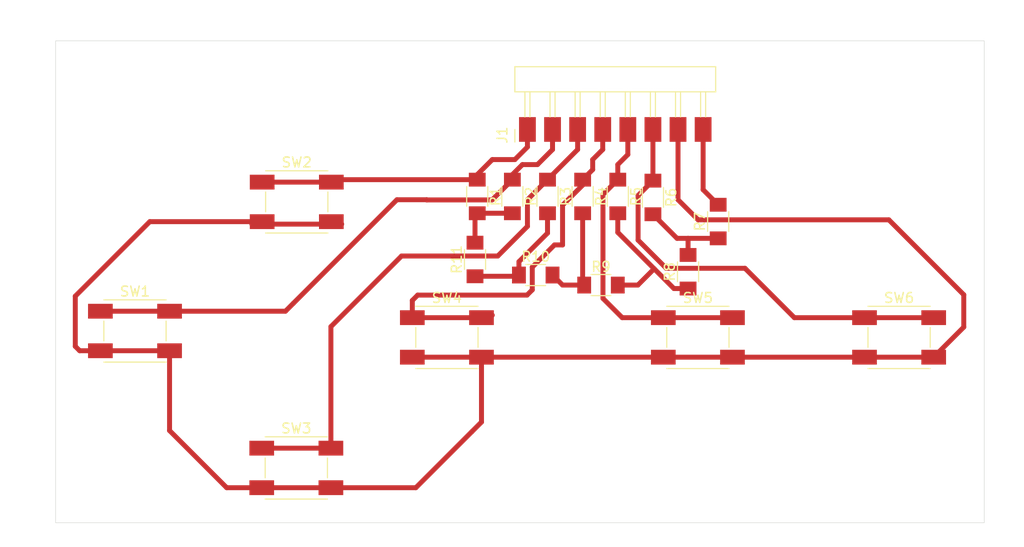
<source format=kicad_pcb>
(kicad_pcb (version 20240108) (generator "pcbnew") (generator_version "8.0")
  (layers (0 "F.Cu" signal) (31 "B.Cu" signal) (34 "B.Paste" user) (35 "F.Paste" user) (36 "B.SilkS" user "B.Silkscreen") (37 "F.SilkS" user "F.Silkscreen") (38 "B.Mask" user) (39 "F.Mask" user) (44 "Edge.Cuts" user))
  (net 0 "")
  (net 1 "Button6")
  (net 2 "PWR_3V3")
  (net 3 "Button3")
  (net 4 "PWR_GND")
  (net 5 "Button1")
  (net 6 "Button4")
  (net 7 "Button2")
  (net 8 "Button5")
  (footprint "Fabac:Button_Omron_B3SN_6.0x6.0mm" (layer "F.Cu") (at 127.524 115.428)
    (property "Reference" "SW3" (at 0 -4 360) (layer "F.SilkS"))
    (property "Value" "Switch_Tactile_CnK")
    (fp_line (start -3.15 -3.15) (end 3.15 -3.15) (stroke (width 0.12)) (layer "F.SilkS"))
    (fp_line (start -3.15 1) (end -3.15 -1) (stroke (width 0.12)) (layer "F.SilkS"))
    (fp_line (start 3.15 -1) (end 3.15 1) (stroke (width 0.12)) (layer "F.SilkS"))
    (fp_line (start 3.15 3.15) (end -3.15 3.15) (stroke (width 0.12)) (layer "F.SilkS"))
    (pad "1" smd rect (at -3.5 -2) (size 2.5 1.5) (layers "F.Cu" "F.Paste" "F.Mask") (net 3 "Button3"))
    (pad "1" smd rect (at 3.5 -2) (size 2.5 1.5) (layers "F.Cu" "F.Paste" "F.Mask") (net 3 "Button3"))
    (pad "2" smd rect (at -3.5 2) (size 2.5 1.5) (layers "F.Cu" "F.Paste" "F.Mask") (net 2 "PWR_3V3"))
    (pad "2" smd rect (at 3.5 2) (size 2.5 1.5) (layers "F.Cu" "F.Paste" "F.Mask") (net 2 "PWR_3V3"))
  )
  (footprint "Fabac:R_1206" (layer "F.Cu") (at 160.058 87.954 -90)
    (property "Reference" "R5" (at 0 -1.85 90) (layer "F.SilkS"))
    (property "Value" "R_1206")
    (fp_line (start 1 1.07) (end -1 1.07) (stroke (width 0.12)) (layer "F.SilkS"))
    (fp_line (start -1 -1.07) (end 1 -1.07) (stroke (width 0.12)) (layer "F.SilkS"))
    (pad "1" smd rect (at -1.7 0 270) (size 1.4 1.7) (layers "F.Cu" "F.Paste" "F.Mask") (net 8 "Button5"))
    (pad "2" smd rect (at 1.7 0 270) (size 1.4 1.7) (layers "F.Cu" "F.Paste" "F.Mask") (net 4 "PWR_GND"))
  )
  (footprint "Fabac:PinHeader_1x08_P2.54mm_Horizontal_SMD" (layer "F.Cu") (at 150.914 81.174 90)
    (property "Reference" "J1" (at -1.524 -2.54 270) (layer "F.SilkS") (effects (justify left)))
    (property "Value" "Conn_PinHeader_1x08_P2.54mm_Horizontal_SMD" (hide yes))
    (fp_line (start 6.35 -1.27) (end 6.35 19.05) (stroke (width 0.12)) (layer "F.SilkS"))
    (fp_line (start 3.81 -1.27) (end 6.35 -1.27) (stroke (width 0.12)) (layer "F.SilkS"))
    (fp_line (start -1.27 -1.27) (end 0 -1.27) (stroke (width 0.12)) (layer "F.SilkS"))
    (fp_line (start 3.81 -0.254) (end 1.27 -0.254) (stroke (width 0.12)) (layer "F.SilkS"))
    (fp_line (start 3.81 0.254) (end 1.27 0.254) (stroke (width 0.12)) (layer "F.SilkS"))
    (fp_line (start 3.81 2.286) (end 1.27 2.286) (stroke (width 0.12)) (layer "F.SilkS"))
    (fp_line (start 3.81 2.794) (end 1.27 2.794) (stroke (width 0.12)) (layer "F.SilkS"))
    (fp_line (start 3.81 4.826) (end 1.27 4.826) (stroke (width 0.12)) (layer "F.SilkS"))
    (fp_line (start 3.81 5.334) (end 1.27 5.334) (stroke (width 0.12)) (layer "F.SilkS"))
    (fp_line (start 3.81 7.366) (end 1.27 7.366) (stroke (width 0.12)) (layer "F.SilkS"))
    (fp_line (start 3.81 7.874) (end 1.27 7.874) (stroke (width 0.12)) (layer "F.SilkS"))
    (fp_line (start 3.81 9.906) (end 1.27 9.906) (stroke (width 0.12)) (layer "F.SilkS"))
    (fp_line (start 3.81 10.414) (end 1.27 10.414) (stroke (width 0.12)) (layer "F.SilkS"))
    (fp_line (start 3.81 12.446) (end 1.27 12.446) (stroke (width 0.12)) (layer "F.SilkS"))
    (fp_line (start 3.81 12.954) (end 1.27 12.954) (stroke (width 0.12)) (layer "F.SilkS"))
    (fp_line (start 3.81 14.986) (end 1.27 14.986) (stroke (width 0.12)) (layer "F.SilkS"))
    (fp_line (start 3.81 15.494) (end 1.27 15.494) (stroke (width 0.12)) (layer "F.SilkS"))
    (fp_line (start 3.81 17.526) (end 1.27 17.526) (stroke (width 0.12)) (layer "F.SilkS"))
    (fp_line (start 3.81 18.034) (end 1.27 18.034) (stroke (width 0.12)) (layer "F.SilkS"))
    (fp_line (start 6.35 19.05) (end 3.81 19.05) (stroke (width 0.12)) (layer "F.SilkS"))
    (fp_line (start 3.81 19.05) (end 3.81 -1.27) (stroke (width 0.12)) (layer "F.SilkS"))
    (pad "1" smd rect (at 0 0 90) (size 2.5 1.7) (layers "F.Cu" "F.Paste" "F.Mask") (net 5 "Button1"))
    (pad "2" smd rect (at 0 2.54 90) (size 2.5 1.7) (layers "F.Cu" "F.Paste" "F.Mask") (net 7 "Button2"))
    (pad "3" smd rect (at 0 5.08 90) (size 2.5 1.7) (layers "F.Cu" "F.Paste" "F.Mask") (net 3 "Button3"))
    (pad "4" smd rect (at 0 7.62 90) (size 2.5 1.7) (layers "F.Cu" "F.Paste" "F.Mask") (net 6 "Button4"))
    (pad "5" smd rect (at 0 10.16 90) (size 2.5 1.7) (layers "F.Cu" "F.Paste" "F.Mask") (net 8 "Button5"))
    (pad "6" smd rect (at 0 12.7 90) (size 2.5 1.7) (layers "F.Cu" "F.Paste" "F.Mask") (net 1 "Button6"))
    (pad "7" smd rect (at 0 15.24 90) (size 2.5 1.7) (layers "F.Cu" "F.Paste" "F.Mask") (net 2 "PWR_3V3"))
    (pad "8" smd rect (at 0 17.78 90) (size 2.5 1.7) (layers "F.Cu" "F.Paste" "F.Mask") (net 4 "PWR_GND"))
  )
  (footprint "Fabac:Button_Omron_B3SN_6.0x6.0mm" (layer "F.Cu") (at 127.568 88.504)
    (property "Reference" "SW2" (at 0 -4 360) (layer "F.SilkS"))
    (property "Value" "Switch_Tactile_CnK")
    (fp_line (start -3.15 -3.15) (end 3.15 -3.15) (stroke (width 0.12)) (layer "F.SilkS"))
    (fp_line (start -3.15 1) (end -3.15 -1) (stroke (width 0.12)) (layer "F.SilkS"))
    (fp_line (start 3.15 -1) (end 3.15 1) (stroke (width 0.12)) (layer "F.SilkS"))
    (fp_line (start 3.15 3.15) (end -3.15 3.15) (stroke (width 0.12)) (layer "F.SilkS"))
    (pad "1" smd rect (at -3.5 -2) (size 2.5 1.5) (layers "F.Cu" "F.Paste" "F.Mask") (net 5 "Button1"))
    (pad "1" smd rect (at 3.5 -2) (size 2.5 1.5) (layers "F.Cu" "F.Paste" "F.Mask") (net 5 "Button1"))
    (pad "2" smd rect (at -3.5 2) (size 2.5 1.5) (layers "F.Cu" "F.Paste" "F.Mask") (net 2 "PWR_3V3"))
    (pad "2" smd rect (at 3.5 2) (size 2.5 1.5) (layers "F.Cu" "F.Paste" "F.Mask") (net 2 "PWR_3V3"))
  )
  (footprint "Fabac:R_1206" (layer "F.Cu") (at 170.218 90.494 90)
    (property "Reference" "R7" (at 0 -1.85 270) (layer "F.SilkS"))
    (property "Value" "R_1206")
    (fp_line (start -1 -1.07) (end 1 -1.07) (stroke (width 0.12)) (layer "F.SilkS"))
    (fp_line (start 1 1.07) (end -1 1.07) (stroke (width 0.12)) (layer "F.SilkS"))
    (pad "1" smd rect (at -1.7 0 90) (size 1.4 1.7) (layers "F.Cu" "F.Paste" "F.Mask") (net 4 "PWR_GND"))
    (pad "2" smd rect (at 1.7 0 90) (size 1.4 1.7) (layers "F.Cu" "F.Paste" "F.Mask") (net 4 "PWR_GND"))
  )
  (footprint "Fabac:R_1206" (layer "F.Cu") (at 163.614 88.054 -90)
    (property "Reference" "R6" (at 0 -1.85 90) (layer "F.SilkS"))
    (property "Value" "R_1206")
    (fp_line (start 1 1.07) (end -1 1.07) (stroke (width 0.12)) (layer "F.SilkS"))
    (fp_line (start -1 -1.07) (end 1 -1.07) (stroke (width 0.12)) (layer "F.SilkS"))
    (pad "1" smd rect (at -1.7 0 270) (size 1.4 1.7) (layers "F.Cu" "F.Paste" "F.Mask") (net 1 "Button6"))
    (pad "2" smd rect (at 1.7 0 270) (size 1.4 1.7) (layers "F.Cu" "F.Paste" "F.Mask") (net 4 "PWR_GND"))
  )
  (footprint "Fabac:R_1206" (layer "F.Cu") (at 167.17 95.574 90)
    (property "Reference" "R8" (at 0 -1.85 270) (layer "F.SilkS"))
    (property "Value" "R_1206")
    (fp_line (start -1 -1.07) (end 1 -1.07) (stroke (width 0.12)) (layer "F.SilkS"))
    (fp_line (start 1 1.07) (end -1 1.07) (stroke (width 0.12)) (layer "F.SilkS"))
    (pad "1" smd rect (at -1.7 0 90) (size 1.4 1.7) (layers "F.Cu" "F.Paste" "F.Mask") (net 4 "PWR_GND"))
    (pad "2" smd rect (at 1.7 0 90) (size 1.4 1.7) (layers "F.Cu" "F.Paste" "F.Mask") (net 4 "PWR_GND"))
  )
  (footprint "Fabac:Button_Omron_B3SN_6.0x6.0mm" (layer "F.Cu") (at 168.164 102.22)
    (property "Reference" "SW5" (at 0 -4 360) (layer "F.SilkS"))
    (property "Value" "Switch_Tactile_CnK")
    (fp_line (start -3.15 -3.15) (end 3.15 -3.15) (stroke (width 0.12)) (layer "F.SilkS"))
    (fp_line (start -3.15 1) (end -3.15 -1) (stroke (width 0.12)) (layer "F.SilkS"))
    (fp_line (start 3.15 -1) (end 3.15 1) (stroke (width 0.12)) (layer "F.SilkS"))
    (fp_line (start 3.15 3.15) (end -3.15 3.15) (stroke (width 0.12)) (layer "F.SilkS"))
    (pad "1" smd rect (at -3.5 -2) (size 2.5 1.5) (layers "F.Cu" "F.Paste" "F.Mask") (net 8 "Button5"))
    (pad "1" smd rect (at 3.5 -2) (size 2.5 1.5) (layers "F.Cu" "F.Paste" "F.Mask") (net 8 "Button5"))
    (pad "2" smd rect (at -3.5 2) (size 2.5 1.5) (layers "F.Cu" "F.Paste" "F.Mask") (net 2 "PWR_3V3"))
    (pad "2" smd rect (at 3.5 2) (size 2.5 1.5) (layers "F.Cu" "F.Paste" "F.Mask") (net 2 "PWR_3V3"))
  )
  (footprint "Fabac:R_1206" (layer "F.Cu") (at 158.358 96.922)
    (property "Reference" "R9" (at 0 -1.85 360) (layer "F.SilkS"))
    (property "Value" "R_1206")
    (fp_line (start -1 -1.07) (end 1 -1.07) (stroke (width 0.12)) (layer "F.SilkS"))
    (fp_line (start 1 1.07) (end -1 1.07) (stroke (width 0.12)) (layer "F.SilkS"))
    (pad "1" smd rect (at -1.7 0) (size 1.4 1.7) (layers "F.Cu" "F.Paste" "F.Mask") (net 4 "PWR_GND"))
    (pad "2" smd rect (at 1.7 0) (size 1.4 1.7) (layers "F.Cu" "F.Paste" "F.Mask") (net 4 "PWR_GND"))
  )
  (footprint "Fabac:Button_Omron_B3SN_6.0x6.0mm" (layer "F.Cu") (at 188.528 102.22)
    (property "Reference" "SW6" (at 0 -4 360) (layer "F.SilkS"))
    (property "Value" "Switch_Tactile_CnK")
    (fp_line (start -3.15 -3.15) (end 3.15 -3.15) (stroke (width 0.12)) (layer "F.SilkS"))
    (fp_line (start -3.15 1) (end -3.15 -1) (stroke (width 0.12)) (layer "F.SilkS"))
    (fp_line (start 3.15 -1) (end 3.15 1) (stroke (width 0.12)) (layer "F.SilkS"))
    (fp_line (start 3.15 3.15) (end -3.15 3.15) (stroke (width 0.12)) (layer "F.SilkS"))
    (pad "1" smd rect (at -3.5 -2) (size 2.5 1.5) (layers "F.Cu" "F.Paste" "F.Mask") (net 1 "Button6"))
    (pad "1" smd rect (at 3.5 -2) (size 2.5 1.5) (layers "F.Cu" "F.Paste" "F.Mask") (net 1 "Button6"))
    (pad "2" smd rect (at -3.5 2) (size 2.5 1.5) (layers "F.Cu" "F.Paste" "F.Mask") (net 2 "PWR_3V3"))
    (pad "2" smd rect (at 3.5 2) (size 2.5 1.5) (layers "F.Cu" "F.Paste" "F.Mask") (net 2 "PWR_3V3"))
  )
  (footprint "Fabac:Button_Omron_B3SN_6.0x6.0mm" (layer "F.Cu") (at 142.764 102.22)
    (property "Reference" "SW4" (at 0 -4 360) (layer "F.SilkS"))
    (property "Value" "Switch_Tactile_CnK")
    (fp_line (start -3.15 -3.15) (end 3.15 -3.15) (stroke (width 0.12)) (layer "F.SilkS"))
    (fp_line (start -3.15 1) (end -3.15 -1) (stroke (width 0.12)) (layer "F.SilkS"))
    (fp_line (start 3.15 -1) (end 3.15 1) (stroke (width 0.12)) (layer "F.SilkS"))
    (fp_line (start 3.15 3.15) (end -3.15 3.15) (stroke (width 0.12)) (layer "F.SilkS"))
    (pad "1" smd rect (at -3.5 -2) (size 2.5 1.5) (layers "F.Cu" "F.Paste" "F.Mask") (net 6 "Button4"))
    (pad "1" smd rect (at 3.5 -2) (size 2.5 1.5) (layers "F.Cu" "F.Paste" "F.Mask") (net 6 "Button4"))
    (pad "2" smd rect (at -3.5 2) (size 2.5 1.5) (layers "F.Cu" "F.Paste" "F.Mask") (net 2 "PWR_3V3"))
    (pad "2" smd rect (at 3.5 2) (size 2.5 1.5) (layers "F.Cu" "F.Paste" "F.Mask") (net 2 "PWR_3V3"))
  )
  (footprint "Fabac:R_1206" (layer "F.Cu") (at 151.754 95.906)
    (property "Reference" "R10" (at 0 -1.85 360) (layer "F.SilkS"))
    (property "Value" "R_1206")
    (fp_line (start -1 -1.07) (end 1 -1.07) (stroke (width 0.12)) (layer "F.SilkS"))
    (fp_line (start 1 1.07) (end -1 1.07) (stroke (width 0.12)) (layer "F.SilkS"))
    (pad "1" smd rect (at -1.7 0) (size 1.4 1.7) (layers "F.Cu" "F.Paste" "F.Mask") (net 4 "PWR_GND"))
    (pad "2" smd rect (at 1.7 0) (size 1.4 1.7) (layers "F.Cu" "F.Paste" "F.Mask") (net 4 "PWR_GND"))
  )
  (footprint "Fabac:R_1206" (layer "F.Cu") (at 145.608 94.332 90)
    (property "Reference" "R11" (at 0 -1.85 270) (layer "F.SilkS"))
    (property "Value" "R_1206")
    (fp_line (start -1 -1.07) (end 1 -1.07) (stroke (width 0.12)) (layer "F.SilkS"))
    (fp_line (start 1 1.07) (end -1 1.07) (stroke (width 0.12)) (layer "F.SilkS"))
    (pad "1" smd rect (at -1.7 0 90) (size 1.4 1.7) (layers "F.Cu" "F.Paste" "F.Mask") (net 4 "PWR_GND"))
    (pad "2" smd rect (at 1.7 0 90) (size 1.4 1.7) (layers "F.Cu" "F.Paste" "F.Mask") (net 4 "PWR_GND"))
  )
  (footprint "Fabac:R_1206" (layer "F.Cu") (at 152.946 87.954 -90)
    (property "Reference" "R3" (at 0 -1.85 90) (layer "F.SilkS"))
    (property "Value" "R_1206")
    (fp_line (start 1 1.07) (end -1 1.07) (stroke (width 0.12)) (layer "F.SilkS"))
    (fp_line (start -1 -1.07) (end 1 -1.07) (stroke (width 0.12)) (layer "F.SilkS"))
    (pad "1" smd rect (at -1.7 0 270) (size 1.4 1.7) (layers "F.Cu" "F.Paste" "F.Mask") (net 3 "Button3"))
    (pad "2" smd rect (at 1.7 0 270) (size 1.4 1.7) (layers "F.Cu" "F.Paste" "F.Mask") (net 4 "PWR_GND"))
  )
  (footprint "Fabac:R_1206" (layer "F.Cu") (at 156.502 87.954 -90)
    (property "Reference" "R4" (at 0 -1.85 90) (layer "F.SilkS"))
    (property "Value" "R_1206")
    (fp_line (start 1 1.07) (end -1 1.07) (stroke (width 0.12)) (layer "F.SilkS"))
    (fp_line (start -1 -1.07) (end 1 -1.07) (stroke (width 0.12)) (layer "F.SilkS"))
    (pad "1" smd rect (at -1.7 0 270) (size 1.4 1.7) (layers "F.Cu" "F.Paste" "F.Mask") (net 6 "Button4"))
    (pad "2" smd rect (at 1.7 0 270) (size 1.4 1.7) (layers "F.Cu" "F.Paste" "F.Mask") (net 4 "PWR_GND"))
  )
  (footprint "Fabac:R_1206" (layer "F.Cu") (at 149.39 87.954 -90)
    (property "Reference" "R2" (at 0 -1.85 90) (layer "F.SilkS"))
    (property "Value" "R_1206")
    (fp_line (start 1 1.07) (end -1 1.07) (stroke (width 0.12)) (layer "F.SilkS"))
    (fp_line (start -1 -1.07) (end 1 -1.07) (stroke (width 0.12)) (layer "F.SilkS"))
    (pad "1" smd rect (at -1.7 0 270) (size 1.4 1.7) (layers "F.Cu" "F.Paste" "F.Mask") (net 7 "Button2"))
    (pad "2" smd rect (at 1.7 0 270) (size 1.4 1.7) (layers "F.Cu" "F.Paste" "F.Mask") (net 4 "PWR_GND"))
  )
  (footprint "Fabac:R_1206" (layer "F.Cu") (at 145.834 87.954 -90)
    (property "Reference" "R1" (at 0 -1.85 90) (layer "F.SilkS"))
    (property "Value" "R_1206")
    (fp_line (start 1 1.07) (end -1 1.07) (stroke (width 0.12)) (layer "F.SilkS"))
    (fp_line (start -1 -1.07) (end 1 -1.07) (stroke (width 0.12)) (layer "F.SilkS"))
    (pad "1" smd rect (at -1.7 0 270) (size 1.4 1.7) (layers "F.Cu" "F.Paste" "F.Mask") (net 5 "Button1"))
    (pad "2" smd rect (at 1.7 0 270) (size 1.4 1.7) (layers "F.Cu" "F.Paste" "F.Mask") (net 4 "PWR_GND"))
  )
  (footprint "Fabac:Button_Omron_B3SN_6.0x6.0mm" (layer "F.Cu") (at 111.196 101.568)
    (property "Reference" "SW1" (at 0 -4 360) (layer "F.SilkS"))
    (property "Value" "Switch_Tactile_CnK")
    (fp_line (start -3.15 -3.15) (end 3.15 -3.15) (stroke (width 0.12)) (layer "F.SilkS"))
    (fp_line (start -3.15 1) (end -3.15 -1) (stroke (width 0.12)) (layer "F.SilkS"))
    (fp_line (start 3.15 -1) (end 3.15 1) (stroke (width 0.12)) (layer "F.SilkS"))
    (fp_line (start 3.15 3.15) (end -3.15 3.15) (stroke (width 0.12)) (layer "F.SilkS"))
    (pad "1" smd rect (at -3.5 -2) (size 2.5 1.5) (layers "F.Cu" "F.Paste" "F.Mask") (net 7 "Button2"))
    (pad "1" smd rect (at 3.5 -2) (size 2.5 1.5) (layers "F.Cu" "F.Paste" "F.Mask") (net 7 "Button2"))
    (pad "2" smd rect (at -3.5 2) (size 2.5 1.5) (layers "F.Cu" "F.Paste" "F.Mask") (net 2 "PWR_3V3"))
    (pad "2" smd rect (at 3.5 2) (size 2.5 1.5) (layers "F.Cu" "F.Paste" "F.Mask") (net 2 "PWR_3V3"))
  )
  (gr_rect (start 103.162 72.206) (end 197.142 120.974) (stroke (width 0.05)) (fill none) (layer "Edge.Cuts"))
  (segment (start 164.964 95.224) (end 162.114 92.374) (width 0.5) (layer "F.Cu") (net 1))
  (segment (start 163.614 81.174) (end 163.614 86.354) (width 0.5) (layer "F.Cu") (net 1))
  (segment (start 162.114 87.854) (end 163.614 86.354) (width 0.5) (layer "F.Cu") (net 1))
  (segment (start 177.928 100.22) (end 185.028 100.22) (width 0.5) (layer "F.Cu") (net 1))
  (segment (start 172.932 95.224) (end 164.964 95.224) (width 0.5) (layer "F.Cu") (net 1))
  (segment (start 172.932 95.224) (end 177.928 100.22) (width 0.5) (layer "F.Cu") (net 1))
  (segment (start 185.028 100.22) (end 192.028 100.22) (width 0.5) (layer "F.Cu") (net 1))
  (segment (start 162.114 92.374) (end 162.114 87.854) (width 0.5) (layer "F.Cu") (net 1))
  (segment (start 171.664 104.22) (end 185.028 104.22) (width 0.5) (layer "F.Cu") (net 2))
  (segment (start 105.156 103.124) (end 105.6 103.568) (width 0.5) (layer "F.Cu") (net 2))
  (segment (start 123.018 90.754) (end 132.118 90.754) (width 0.5) (layer "F.Cu") (net 2))
  (segment (start 112.696 90.504) (end 105.156 98.044) (width 0.5) (layer "F.Cu") (net 2))
  (segment (start 105.156 98.044) (end 105.156 103.124) (width 0.5) (layer "F.Cu") (net 2))
  (segment (start 146.264 104.22) (end 146.264 110.784) (width 0.5) (layer "F.Cu") (net 2))
  (segment (start 124.024 117.428) (end 131.024 117.428) (width 0.5) (layer "F.Cu") (net 2))
  (segment (start 195.072 101.176) (end 192.028 104.22) (width 0.5) (layer "F.Cu") (net 2))
  (segment (start 131.024 117.428) (end 139.62 117.428) (width 0.5) (layer "F.Cu") (net 2))
  (segment (start 146.264 110.784) (end 145.288 111.76) (width 0.5) (layer "F.Cu") (net 2))
  (segment (start 166.154 88.286) (end 168.186 90.318) (width 0.5) (layer "F.Cu") (net 2))
  (segment (start 105.6 103.568) (end 107.696 103.568) (width 0.5) (layer "F.Cu") (net 2))
  (segment (start 164.664 104.22) (end 171.664 104.22) (width 0.5) (layer "F.Cu") (net 2))
  (segment (start 185.028 104.22) (end 192.028 104.22) (width 0.5) (layer "F.Cu") (net 2))
  (segment (start 195.072 97.9) (end 195.072 101.176) (width 0.5) (layer "F.Cu") (net 2))
  (segment (start 187.49 90.318) (end 195.072 97.9) (width 0.5) (layer "F.Cu") (net 2))
  (segment (start 164.664 104.22) (end 146.264 104.22) (width 0.5) (layer "F.Cu") (net 2))
  (segment (start 107.696 103.568) (end 114.696 103.568) (width 0.5) (layer "F.Cu") (net 2))
  (segment (start 139.62 117.428) (end 145.288 111.76) (width 0.5) (layer "F.Cu") (net 2))
  (segment (start 124.024 117.428) (end 120.476 117.428) (width 0.5) (layer "F.Cu") (net 2))
  (segment (start 124.068 90.504) (end 112.696 90.504) (width 0.5) (layer "F.Cu") (net 2))
  (segment (start 166.154 81.174) (end 166.154 88.286) (width 0.5) (layer "F.Cu") (net 2))
  (segment (start 139.264 104.22) (end 146.264 104.22) (width 0.5) (layer "F.Cu") (net 2))
  (segment (start 114.696 111.648) (end 120.476 117.428) (width 0.5) (layer "F.Cu") (net 2))
  (segment (start 168.186 90.318) (end 187.49 90.318) (width 0.5) (layer "F.Cu") (net 2))
  (segment (start 114.696 103.568) (end 114.696 111.648) (width 0.5) (layer "F.Cu") (net 2))
  (segment (start 138.174 93.982) (end 147.912 93.982) (width 0.5) (layer "F.Cu") (net 3))
  (segment (start 155.994 83.206) (end 155.994 81.174) (width 0.5) (layer "F.Cu") (net 3))
  (segment (start 131.024 113.428) (end 131.024 101.132) (width 0.5) (layer "F.Cu") (net 3))
  (segment (start 150.914 90.98) (end 150.914 88.286) (width 0.5) (layer "F.Cu") (net 3))
  (segment (start 152.946 86.254) (end 155.994 83.206) (width 0.5) (layer "F.Cu") (net 3))
  (segment (start 131.024 101.132) (end 138.174 93.982) (width 0.5) (layer "F.Cu") (net 3))
  (segment (start 150.914 88.286) (end 152.946 86.254) (width 0.5) (layer "F.Cu") (net 3))
  (segment (start 124.024 113.428) (end 131.024 113.428) (width 0.5) (layer "F.Cu") (net 3))
  (segment (start 147.912 93.982) (end 150.914 90.98) (width 0.5) (layer "F.Cu") (net 3))
  (segment (start 168.694 81.174) (end 168.694 87.27) (width 0.5) (layer "F.Cu") (net 4))
  (segment (start 166.054 92.194) (end 163.614 89.754) (width 0.5) (layer "F.Cu") (net 4))
  (segment (start 163.739604 95.272396) (end 160.058 91.590792) (width 0.5) (layer "F.Cu") (net 4))
  (segment (start 162.09 96.922) (end 160.058 96.922) (width 0.5) (layer "F.Cu") (net 4))
  (segment (start 149.928 96.032) (end 150.054 95.906) (width 0.5) (layer "F.Cu") (net 4))
  (segment (start 156.502 96.766) (end 156.658 96.922) (width 0.5) (layer "F.Cu") (net 4))
  (segment (start 168.694 87.27) (end 170.218 88.794) (width 0.5) (layer "F.Cu") (net 4))
  (segment (start 167.17 97.274) (end 165.741208 97.274) (width 0.5) (layer "F.Cu") (net 4))
  (segment (start 145.608 96.032) (end 149.928 96.032) (width 0.5) (layer "F.Cu") (net 4))
  (segment (start 145.608 92.632) (end 145.608 89.88) (width 0.5) (layer "F.Cu") (net 4))
  (segment (start 152.946 91.664) (end 152.946 89.654) (width 0.5) (layer "F.Cu") (net 4))
  (segment (start 167.17 93.874) (end 167.17 92.194) (width 0.5) (layer "F.Cu") (net 4))
  (segment (start 156.502 89.654) (end 156.502 96.766) (width 0.5) (layer "F.Cu") (net 4))
  (segment (start 150.054 95.906) (end 150.054 94.556) (width 0.5) (layer "F.Cu") (net 4))
  (segment (start 154.47 96.922) (end 153.454 95.906) (width 0.5) (layer "F.Cu") (net 4))
  (segment (start 150.054 94.556) (end 152.946 91.664) (width 0.5) (layer "F.Cu") (net 4))
  (segment (start 145.834 89.654) (end 149.39 89.654) (width 0.5) (layer "F.Cu") (net 4))
  (segment (start 167.17 92.194) (end 166.054 92.194) (width 0.5) (layer "F.Cu") (net 4))
  (segment (start 160.058 91.590792) (end 160.058 89.654) (width 0.5) (layer "F.Cu") (net 4))
  (segment (start 145.608 89.88) (end 145.834 89.654) (width 0.5) (layer "F.Cu") (net 4))
  (segment (start 163.739604 95.272396) (end 162.09 96.922) (width 0.5) (layer "F.Cu") (net 4))
  (segment (start 156.658 96.922) (end 154.47 96.922) (width 0.5) (layer "F.Cu") (net 4))
  (segment (start 170.218 92.194) (end 167.17 92.194) (width 0.5) (layer "F.Cu") (net 4))
  (segment (start 165.741208 97.274) (end 163.739604 95.272396) (width 0.5) (layer "F.Cu") (net 4))
  (segment (start 145.834 86.254) (end 145.834 85.746) (width 0.5) (layer "F.Cu") (net 5))
  (segment (start 149.641208 84.222) (end 150.914 82.949208) (width 0.5) (layer "F.Cu") (net 5))
  (segment (start 131.318 86.254) (end 131.068 86.504) (width 0.5) (layer "F.Cu") (net 5))
  (segment (start 145.834 85.746) (end 147.358 84.222) (width 0.5) (layer "F.Cu") (net 5))
  (segment (start 132.118 86.254) (end 131.61 86.254) (width 0.5) (layer "F.Cu") (net 5))
  (segment (start 150.914 82.949208) (end 150.914 81.174) (width 0.5) (layer "F.Cu") (net 5))
  (segment (start 147.358 84.222) (end 149.641208 84.222) (width 0.5) (layer "F.Cu") (net 5))
  (segment (start 131.068 86.504) (end 124.068 86.504) (width 0.5) (layer "F.Cu") (net 5))
  (segment (start 145.834 86.254) (end 131.318 86.254) (width 0.5) (layer "F.Cu") (net 5))
  (segment (start 151.404 97.406) (end 150.872 97.938) (width 0.5) (layer "F.Cu") (net 6))
  (segment (start 157.518 85.238) (end 157.518 84.222) (width 0.5) (layer "F.Cu") (net 6))
  (segment (start 151.404 95.106) (end 151.404 97.406) (width 0.5) (layer "F.Cu") (net 6))
  (segment (start 156.502 86.254) (end 156.502 86.804) (width 0.5) (layer "F.Cu") (net 6))
  (segment (start 154.47 88.836) (end 154.47 92.858) (width 0.5) (layer "F.Cu") (net 6))
  (segment (start 139.806 97.938) (end 139.264 98.48) (width 0.5) (layer "F.Cu") (net 6))
  (segment (start 139.264 98.48) (end 139.264 100.22) (width 0.5) (layer "F.Cu") (net 6))
  (segment (start 139.264 100.22) (end 146.264 100.22) (width 0.5) (layer "F.Cu") (net 6))
  (segment (start 147.314 99.97) (end 147.358 99.97) (width 0.5) (layer "F.Cu") (net 6))
  (segment (start 153.652 92.858) (end 151.404 95.106) (width 0.5) (layer "F.Cu") (net 6))
  (segment (start 156.502 86.804) (end 154.47 88.836) (width 0.5) (layer "F.Cu") (net 6))
  (segment (start 157.518 84.222) (end 158.534 83.206) (width 0.5) (layer "F.Cu") (net 6))
  (segment (start 154.47 92.858) (end 153.652 92.858) (width 0.5) (layer "F.Cu") (net 6))
  (segment (start 158.534 83.206) (end 158.534 81.174) (width 0.5) (layer "F.Cu") (net 6))
  (segment (start 150.872 97.938) (end 139.806 97.938) (width 0.5) (layer "F.Cu") (net 6))
  (segment (start 156.502 86.254) (end 157.518 85.238) (width 0.5) (layer "F.Cu") (net 6))
  (segment (start 114.696 99.568) (end 126.424 99.568) (width 0.5) (layer "F.Cu") (net 7))
  (segment (start 147.34 88.304) (end 140.736 88.304) (width 0.5) (layer "F.Cu") (net 7))
  (segment (start 153.454 83.206) (end 153.454 81.174) (width 0.5) (layer "F.Cu") (net 7))
  (segment (start 140.736 88.304) (end 140.718 88.286) (width 0.5) (layer "F.Cu") (net 7))
  (segment (start 140.718 88.286) (end 137.706 88.286) (width 0.5) (layer "F.Cu") (net 7))
  (segment (start 151.93 84.73) (end 153.454 83.206) (width 0.5) (layer "F.Cu") (net 7))
  (segment (start 149.39 85.746) (end 150.406 84.73) (width 0.5) (layer "F.Cu") (net 7))
  (segment (start 107.696 99.568) (end 114.696 99.568) (width 0.5) (layer "F.Cu") (net 7))
  (segment (start 150.406 84.73) (end 151.93 84.73) (width 0.5) (layer "F.Cu") (net 7))
  (segment (start 126.424 99.568) (end 127.22 98.772) (width 0.5) (layer "F.Cu") (net 7))
  (segment (start 137.706 88.286) (end 127.22 98.772) (width 0.5) (layer "F.Cu") (net 7))
  (segment (start 149.39 86.254) (end 149.39 85.746) (width 0.5) (layer "F.Cu") (net 7))
  (segment (start 149.39 86.254) (end 147.34 88.304) (width 0.5) (layer "F.Cu") (net 7))
  (segment (start 158.558 98.272) (end 158.558 87.754) (width 0.5) (layer "F.Cu") (net 8))
  (segment (start 161.074 83.714) (end 161.074 81.174) (width 0.5) (layer "F.Cu") (net 8))
  (segment (start 164.664 100.22) (end 171.664 100.22) (width 0.5) (layer "F.Cu") (net 8))
  (segment (start 158.558 87.754) (end 160.058 86.254) (width 0.5) (layer "F.Cu") (net 8))
  (segment (start 160.058 84.73) (end 161.074 83.714) (width 0.5) (layer "F.Cu") (net 8))
  (segment (start 160.058 86.254) (end 160.058 84.73) (width 0.5) (layer "F.Cu") (net 8))
  (segment (start 160.506 100.22) (end 158.558 98.272) (width 0.5) (layer "F.Cu") (net 8))
  (segment (start 164.664 100.22) (end 160.506 100.22) (width 0.5) (layer "F.Cu") (net 8))
)
</source>
